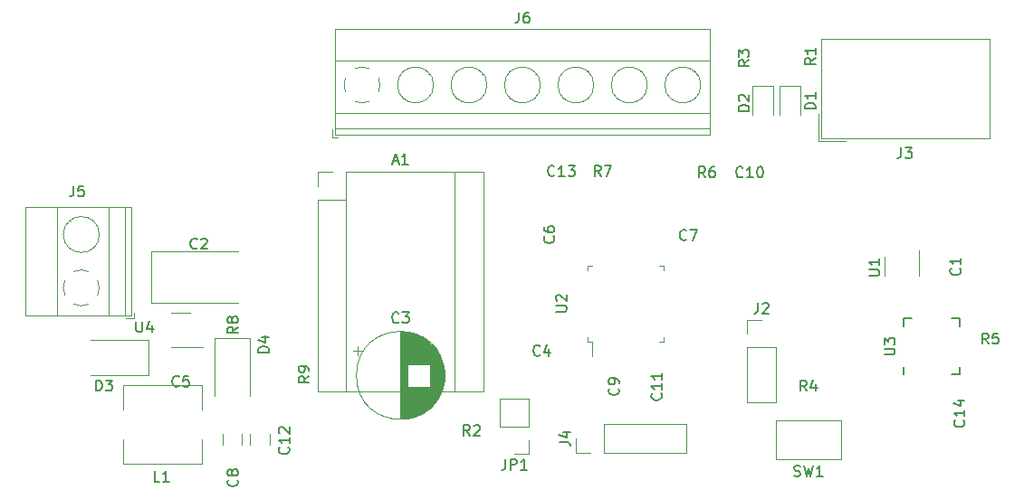
<source format=gbr>
G04 #@! TF.GenerationSoftware,KiCad,Pcbnew,(5.0.0-rc2-dev-647-g0f5eb421b)*
G04 #@! TF.CreationDate,2018-05-07T01:31:26+02:00*
G04 #@! TF.ProjectId,monochromator,6D6F6E6F6368726F6D61746F722E6B69,rev?*
G04 #@! TF.SameCoordinates,Original*
G04 #@! TF.FileFunction,Legend,Top*
G04 #@! TF.FilePolarity,Positive*
%FSLAX46Y46*%
G04 Gerber Fmt 4.6, Leading zero omitted, Abs format (unit mm)*
G04 Created by KiCad (PCBNEW (5.0.0-rc2-dev-647-g0f5eb421b)) date 05/07/18 01:31:26*
%MOMM*%
%LPD*%
G01*
G04 APERTURE LIST*
%ADD10C,0.120000*%
%ADD11C,0.150000*%
G04 APERTURE END LIST*
D10*
X162550000Y-100430000D02*
X162550000Y-97770000D01*
X154870000Y-100430000D02*
X162550000Y-100430000D01*
X154870000Y-97770000D02*
X162550000Y-97770000D01*
X154870000Y-100430000D02*
X154870000Y-97770000D01*
X153600000Y-100430000D02*
X152270000Y-100430000D01*
X152270000Y-100430000D02*
X152270000Y-99100000D01*
X181140000Y-82100000D02*
X181140000Y-83900000D01*
X184360000Y-83900000D02*
X184360000Y-81450000D01*
X168270000Y-95710000D02*
X170930000Y-95710000D01*
X168270000Y-90570000D02*
X168270000Y-95710000D01*
X170930000Y-90570000D02*
X170930000Y-95710000D01*
X168270000Y-90570000D02*
X170930000Y-90570000D01*
X168270000Y-89300000D02*
X168270000Y-87970000D01*
X168270000Y-87970000D02*
X169600000Y-87970000D01*
X175150000Y-61655000D02*
X190930000Y-61655000D01*
X190930000Y-61655000D02*
X190930000Y-71005000D01*
X190930000Y-71005000D02*
X175150000Y-71005000D01*
X175150000Y-71005000D02*
X175150000Y-61655000D01*
X174900000Y-71255000D02*
X177440000Y-71255000D01*
X174900000Y-71255000D02*
X174900000Y-68715000D01*
X168790000Y-66050000D02*
X168790000Y-68750000D01*
X170710000Y-66050000D02*
X168790000Y-66050000D01*
X170710000Y-68750000D02*
X170710000Y-66050000D01*
X173210000Y-68750000D02*
X173210000Y-66050000D01*
X173210000Y-66050000D02*
X171290000Y-66050000D01*
X171290000Y-66050000D02*
X171290000Y-68750000D01*
X153368000Y-82900000D02*
X153788000Y-82900000D01*
X160488000Y-82900000D02*
X160068000Y-82900000D01*
X160488000Y-90020000D02*
X160068000Y-90020000D01*
X153368000Y-90020000D02*
X153368000Y-89600000D01*
X160488000Y-82900000D02*
X160488000Y-83320000D01*
X153368000Y-82900000D02*
X153368000Y-83320000D01*
X153788000Y-90020000D02*
X153788000Y-91400000D01*
X153368000Y-90020000D02*
X153788000Y-90020000D01*
X160488000Y-90020000D02*
X160488000Y-89600000D01*
X140930000Y-74100000D02*
X140930000Y-94680000D01*
X130770000Y-76770000D02*
X130770000Y-94680000D01*
X129500000Y-74100000D02*
X128100000Y-74100000D01*
X128100000Y-74100000D02*
X128100000Y-75500000D01*
X130770000Y-74100000D02*
X130770000Y-76770000D01*
X130770000Y-76770000D02*
X128100000Y-76770000D01*
X128100000Y-76770000D02*
X128100000Y-94680000D01*
X128100000Y-94680000D02*
X143600000Y-94680000D01*
X143600000Y-94680000D02*
X143600000Y-74100000D01*
X143600000Y-74100000D02*
X130770000Y-74100000D01*
X177060000Y-101010000D02*
X170940000Y-101010000D01*
X170940000Y-101010000D02*
X170940000Y-97390000D01*
X170940000Y-97390000D02*
X177060000Y-97390000D01*
X177060000Y-97390000D02*
X177060000Y-101010000D01*
X147830000Y-95380000D02*
X145170000Y-95380000D01*
X147830000Y-97980000D02*
X147830000Y-95380000D01*
X145170000Y-97980000D02*
X145170000Y-95380000D01*
X147830000Y-97980000D02*
X145170000Y-97980000D01*
X147830000Y-99250000D02*
X147830000Y-100580000D01*
X147830000Y-100580000D02*
X146500000Y-100580000D01*
D11*
X182875000Y-87875000D02*
X183625000Y-87875000D01*
X188125000Y-93125000D02*
X187375000Y-93125000D01*
X188125000Y-87875000D02*
X187375000Y-87875000D01*
X182875000Y-93125000D02*
X182875000Y-92375000D01*
X188125000Y-93125000D02*
X188125000Y-92375000D01*
X188125000Y-87875000D02*
X188125000Y-88625000D01*
X182875000Y-87875000D02*
X182875000Y-88625000D01*
D10*
X139970000Y-93200000D02*
G75*
G03X139970000Y-93200000I-4120000J0D01*
G01*
X135850000Y-89120000D02*
X135850000Y-97280000D01*
X135890000Y-89120000D02*
X135890000Y-97280000D01*
X135930000Y-89120000D02*
X135930000Y-97280000D01*
X135970000Y-89121000D02*
X135970000Y-97279000D01*
X136010000Y-89123000D02*
X136010000Y-97277000D01*
X136050000Y-89124000D02*
X136050000Y-97276000D01*
X136090000Y-89126000D02*
X136090000Y-97274000D01*
X136130000Y-89129000D02*
X136130000Y-97271000D01*
X136170000Y-89132000D02*
X136170000Y-97268000D01*
X136210000Y-89135000D02*
X136210000Y-97265000D01*
X136250000Y-89139000D02*
X136250000Y-97261000D01*
X136290000Y-89143000D02*
X136290000Y-97257000D01*
X136330000Y-89148000D02*
X136330000Y-97252000D01*
X136370000Y-89152000D02*
X136370000Y-97248000D01*
X136410000Y-89158000D02*
X136410000Y-97242000D01*
X136450000Y-89163000D02*
X136450000Y-97237000D01*
X136490000Y-89170000D02*
X136490000Y-97230000D01*
X136530000Y-89176000D02*
X136530000Y-97224000D01*
X136571000Y-89183000D02*
X136571000Y-92160000D01*
X136571000Y-94240000D02*
X136571000Y-97217000D01*
X136611000Y-89190000D02*
X136611000Y-92160000D01*
X136611000Y-94240000D02*
X136611000Y-97210000D01*
X136651000Y-89198000D02*
X136651000Y-92160000D01*
X136651000Y-94240000D02*
X136651000Y-97202000D01*
X136691000Y-89206000D02*
X136691000Y-92160000D01*
X136691000Y-94240000D02*
X136691000Y-97194000D01*
X136731000Y-89215000D02*
X136731000Y-92160000D01*
X136731000Y-94240000D02*
X136731000Y-97185000D01*
X136771000Y-89224000D02*
X136771000Y-92160000D01*
X136771000Y-94240000D02*
X136771000Y-97176000D01*
X136811000Y-89233000D02*
X136811000Y-92160000D01*
X136811000Y-94240000D02*
X136811000Y-97167000D01*
X136851000Y-89243000D02*
X136851000Y-92160000D01*
X136851000Y-94240000D02*
X136851000Y-97157000D01*
X136891000Y-89253000D02*
X136891000Y-92160000D01*
X136891000Y-94240000D02*
X136891000Y-97147000D01*
X136931000Y-89264000D02*
X136931000Y-92160000D01*
X136931000Y-94240000D02*
X136931000Y-97136000D01*
X136971000Y-89275000D02*
X136971000Y-92160000D01*
X136971000Y-94240000D02*
X136971000Y-97125000D01*
X137011000Y-89286000D02*
X137011000Y-92160000D01*
X137011000Y-94240000D02*
X137011000Y-97114000D01*
X137051000Y-89298000D02*
X137051000Y-92160000D01*
X137051000Y-94240000D02*
X137051000Y-97102000D01*
X137091000Y-89311000D02*
X137091000Y-92160000D01*
X137091000Y-94240000D02*
X137091000Y-97089000D01*
X137131000Y-89323000D02*
X137131000Y-92160000D01*
X137131000Y-94240000D02*
X137131000Y-97077000D01*
X137171000Y-89337000D02*
X137171000Y-92160000D01*
X137171000Y-94240000D02*
X137171000Y-97063000D01*
X137211000Y-89350000D02*
X137211000Y-92160000D01*
X137211000Y-94240000D02*
X137211000Y-97050000D01*
X137251000Y-89365000D02*
X137251000Y-92160000D01*
X137251000Y-94240000D02*
X137251000Y-97035000D01*
X137291000Y-89379000D02*
X137291000Y-92160000D01*
X137291000Y-94240000D02*
X137291000Y-97021000D01*
X137331000Y-89395000D02*
X137331000Y-92160000D01*
X137331000Y-94240000D02*
X137331000Y-97005000D01*
X137371000Y-89410000D02*
X137371000Y-92160000D01*
X137371000Y-94240000D02*
X137371000Y-96990000D01*
X137411000Y-89426000D02*
X137411000Y-92160000D01*
X137411000Y-94240000D02*
X137411000Y-96974000D01*
X137451000Y-89443000D02*
X137451000Y-92160000D01*
X137451000Y-94240000D02*
X137451000Y-96957000D01*
X137491000Y-89460000D02*
X137491000Y-92160000D01*
X137491000Y-94240000D02*
X137491000Y-96940000D01*
X137531000Y-89478000D02*
X137531000Y-92160000D01*
X137531000Y-94240000D02*
X137531000Y-96922000D01*
X137571000Y-89496000D02*
X137571000Y-92160000D01*
X137571000Y-94240000D02*
X137571000Y-96904000D01*
X137611000Y-89514000D02*
X137611000Y-92160000D01*
X137611000Y-94240000D02*
X137611000Y-96886000D01*
X137651000Y-89534000D02*
X137651000Y-92160000D01*
X137651000Y-94240000D02*
X137651000Y-96866000D01*
X137691000Y-89553000D02*
X137691000Y-92160000D01*
X137691000Y-94240000D02*
X137691000Y-96847000D01*
X137731000Y-89573000D02*
X137731000Y-92160000D01*
X137731000Y-94240000D02*
X137731000Y-96827000D01*
X137771000Y-89594000D02*
X137771000Y-92160000D01*
X137771000Y-94240000D02*
X137771000Y-96806000D01*
X137811000Y-89616000D02*
X137811000Y-92160000D01*
X137811000Y-94240000D02*
X137811000Y-96784000D01*
X137851000Y-89638000D02*
X137851000Y-92160000D01*
X137851000Y-94240000D02*
X137851000Y-96762000D01*
X137891000Y-89660000D02*
X137891000Y-92160000D01*
X137891000Y-94240000D02*
X137891000Y-96740000D01*
X137931000Y-89683000D02*
X137931000Y-92160000D01*
X137931000Y-94240000D02*
X137931000Y-96717000D01*
X137971000Y-89707000D02*
X137971000Y-92160000D01*
X137971000Y-94240000D02*
X137971000Y-96693000D01*
X138011000Y-89731000D02*
X138011000Y-92160000D01*
X138011000Y-94240000D02*
X138011000Y-96669000D01*
X138051000Y-89756000D02*
X138051000Y-92160000D01*
X138051000Y-94240000D02*
X138051000Y-96644000D01*
X138091000Y-89782000D02*
X138091000Y-92160000D01*
X138091000Y-94240000D02*
X138091000Y-96618000D01*
X138131000Y-89808000D02*
X138131000Y-92160000D01*
X138131000Y-94240000D02*
X138131000Y-96592000D01*
X138171000Y-89835000D02*
X138171000Y-92160000D01*
X138171000Y-94240000D02*
X138171000Y-96565000D01*
X138211000Y-89862000D02*
X138211000Y-92160000D01*
X138211000Y-94240000D02*
X138211000Y-96538000D01*
X138251000Y-89891000D02*
X138251000Y-92160000D01*
X138251000Y-94240000D02*
X138251000Y-96509000D01*
X138291000Y-89920000D02*
X138291000Y-92160000D01*
X138291000Y-94240000D02*
X138291000Y-96480000D01*
X138331000Y-89950000D02*
X138331000Y-92160000D01*
X138331000Y-94240000D02*
X138331000Y-96450000D01*
X138371000Y-89980000D02*
X138371000Y-92160000D01*
X138371000Y-94240000D02*
X138371000Y-96420000D01*
X138411000Y-90011000D02*
X138411000Y-92160000D01*
X138411000Y-94240000D02*
X138411000Y-96389000D01*
X138451000Y-90044000D02*
X138451000Y-92160000D01*
X138451000Y-94240000D02*
X138451000Y-96356000D01*
X138491000Y-90076000D02*
X138491000Y-92160000D01*
X138491000Y-94240000D02*
X138491000Y-96324000D01*
X138531000Y-90110000D02*
X138531000Y-92160000D01*
X138531000Y-94240000D02*
X138531000Y-96290000D01*
X138571000Y-90145000D02*
X138571000Y-92160000D01*
X138571000Y-94240000D02*
X138571000Y-96255000D01*
X138611000Y-90181000D02*
X138611000Y-92160000D01*
X138611000Y-94240000D02*
X138611000Y-96219000D01*
X138651000Y-90217000D02*
X138651000Y-96183000D01*
X138691000Y-90255000D02*
X138691000Y-96145000D01*
X138731000Y-90293000D02*
X138731000Y-96107000D01*
X138771000Y-90333000D02*
X138771000Y-96067000D01*
X138811000Y-90374000D02*
X138811000Y-96026000D01*
X138851000Y-90416000D02*
X138851000Y-95984000D01*
X138891000Y-90459000D02*
X138891000Y-95941000D01*
X138931000Y-90503000D02*
X138931000Y-95897000D01*
X138971000Y-90549000D02*
X138971000Y-95851000D01*
X139011000Y-90596000D02*
X139011000Y-95804000D01*
X139051000Y-90644000D02*
X139051000Y-95756000D01*
X139091000Y-90695000D02*
X139091000Y-95705000D01*
X139131000Y-90746000D02*
X139131000Y-95654000D01*
X139171000Y-90800000D02*
X139171000Y-95600000D01*
X139211000Y-90855000D02*
X139211000Y-95545000D01*
X139251000Y-90913000D02*
X139251000Y-95487000D01*
X139291000Y-90972000D02*
X139291000Y-95428000D01*
X139331000Y-91034000D02*
X139331000Y-95366000D01*
X139371000Y-91098000D02*
X139371000Y-95302000D01*
X139411000Y-91166000D02*
X139411000Y-95234000D01*
X139451000Y-91236000D02*
X139451000Y-95164000D01*
X139491000Y-91310000D02*
X139491000Y-95090000D01*
X139531000Y-91387000D02*
X139531000Y-95013000D01*
X139571000Y-91469000D02*
X139571000Y-94931000D01*
X139611000Y-91555000D02*
X139611000Y-94845000D01*
X139651000Y-91648000D02*
X139651000Y-94752000D01*
X139691000Y-91747000D02*
X139691000Y-94653000D01*
X139731000Y-91854000D02*
X139731000Y-94546000D01*
X139771000Y-91971000D02*
X139771000Y-94429000D01*
X139811000Y-92102000D02*
X139811000Y-94298000D01*
X139851000Y-92252000D02*
X139851000Y-94148000D01*
X139891000Y-92432000D02*
X139891000Y-93968000D01*
X139931000Y-92667000D02*
X139931000Y-93733000D01*
X131440302Y-90885000D02*
X132240302Y-90885000D01*
X131840302Y-90485000D02*
X131840302Y-91285000D01*
X107534756Y-84316682D02*
G75*
G02X107680000Y-85000000I-1534756J-683318D01*
G01*
X105316958Y-83464574D02*
G75*
G02X106684000Y-83465000I683042J-1535426D01*
G01*
X104464574Y-85683042D02*
G75*
G02X104465000Y-84316000I1535426J683042D01*
G01*
X106683042Y-86535426D02*
G75*
G02X105316000Y-86535000I-683042J1535426D01*
G01*
X107680253Y-84971195D02*
G75*
G02X107535000Y-85684000I-1680253J-28805D01*
G01*
X107680000Y-80000000D02*
G75*
G03X107680000Y-80000000I-1680000J0D01*
G01*
X110100000Y-87560000D02*
X110100000Y-77440000D01*
X108600000Y-87560000D02*
X108600000Y-77440000D01*
X103699000Y-87560000D02*
X103699000Y-77440000D01*
X100739000Y-87560000D02*
X100739000Y-77440000D01*
X110660000Y-87560000D02*
X110660000Y-77440000D01*
X100739000Y-87560000D02*
X110660000Y-87560000D01*
X100739000Y-77440000D02*
X110660000Y-77440000D01*
X104931000Y-78725000D02*
X104977000Y-78772000D01*
X107239000Y-81034000D02*
X107274000Y-81069000D01*
X104725000Y-78930000D02*
X104761000Y-78965000D01*
X107023000Y-81227000D02*
X107069000Y-81274000D01*
X110160000Y-87800000D02*
X110900000Y-87800000D01*
X110900000Y-87800000D02*
X110900000Y-87300000D01*
X132933318Y-67534756D02*
G75*
G02X132250000Y-67680000I-683318J1534756D01*
G01*
X133785426Y-65316958D02*
G75*
G02X133785000Y-66684000I-1535426J-683042D01*
G01*
X131566958Y-64464574D02*
G75*
G02X132934000Y-64465000I683042J-1535426D01*
G01*
X130714574Y-66683042D02*
G75*
G02X130715000Y-65316000I1535426J683042D01*
G01*
X132278805Y-67680253D02*
G75*
G02X131566000Y-67535000I-28805J1680253D01*
G01*
X138930000Y-66000000D02*
G75*
G03X138930000Y-66000000I-1680000J0D01*
G01*
X143930000Y-66000000D02*
G75*
G03X143930000Y-66000000I-1680000J0D01*
G01*
X148930000Y-66000000D02*
G75*
G03X148930000Y-66000000I-1680000J0D01*
G01*
X153930000Y-66000000D02*
G75*
G03X153930000Y-66000000I-1680000J0D01*
G01*
X158930000Y-66000000D02*
G75*
G03X158930000Y-66000000I-1680000J0D01*
G01*
X163930000Y-66000000D02*
G75*
G03X163930000Y-66000000I-1680000J0D01*
G01*
X129690000Y-70100000D02*
X164810000Y-70100000D01*
X129690000Y-68600000D02*
X164810000Y-68600000D01*
X129690000Y-63699000D02*
X164810000Y-63699000D01*
X129690000Y-60739000D02*
X164810000Y-60739000D01*
X129690000Y-70660000D02*
X164810000Y-70660000D01*
X129690000Y-60739000D02*
X129690000Y-70660000D01*
X164810000Y-60739000D02*
X164810000Y-70660000D01*
X138525000Y-64931000D02*
X138478000Y-64977000D01*
X136216000Y-67239000D02*
X136181000Y-67274000D01*
X138320000Y-64725000D02*
X138285000Y-64761000D01*
X136023000Y-67023000D02*
X135976000Y-67069000D01*
X143525000Y-64931000D02*
X143478000Y-64977000D01*
X141216000Y-67239000D02*
X141181000Y-67274000D01*
X143320000Y-64725000D02*
X143285000Y-64761000D01*
X141023000Y-67023000D02*
X140976000Y-67069000D01*
X148525000Y-64931000D02*
X148478000Y-64977000D01*
X146216000Y-67239000D02*
X146181000Y-67274000D01*
X148320000Y-64725000D02*
X148285000Y-64761000D01*
X146023000Y-67023000D02*
X145976000Y-67069000D01*
X153525000Y-64931000D02*
X153478000Y-64977000D01*
X151216000Y-67239000D02*
X151181000Y-67274000D01*
X153320000Y-64725000D02*
X153285000Y-64761000D01*
X151023000Y-67023000D02*
X150976000Y-67069000D01*
X158525000Y-64931000D02*
X158478000Y-64977000D01*
X156216000Y-67239000D02*
X156181000Y-67274000D01*
X158320000Y-64725000D02*
X158285000Y-64761000D01*
X156023000Y-67023000D02*
X155976000Y-67069000D01*
X163525000Y-64931000D02*
X163478000Y-64977000D01*
X161216000Y-67239000D02*
X161181000Y-67274000D01*
X163320000Y-64725000D02*
X163285000Y-64761000D01*
X161023000Y-67023000D02*
X160976000Y-67069000D01*
X129450000Y-70160000D02*
X129450000Y-70900000D01*
X129450000Y-70900000D02*
X129950000Y-70900000D01*
X119190000Y-98700000D02*
X119190000Y-99700000D01*
X121010000Y-98700000D02*
X121010000Y-99700000D01*
X123610000Y-98700000D02*
X123610000Y-99700000D01*
X121790000Y-98700000D02*
X121790000Y-99700000D01*
X120650000Y-81590000D02*
X112580000Y-81590000D01*
X112580000Y-81590000D02*
X112580000Y-86410000D01*
X112580000Y-86410000D02*
X120650000Y-86410000D01*
X112300000Y-93150000D02*
X106900000Y-93150000D01*
X112300000Y-89850000D02*
X106900000Y-89850000D01*
X112300000Y-93150000D02*
X112300000Y-89850000D01*
X121750000Y-89700000D02*
X118450000Y-89700000D01*
X118450000Y-89700000D02*
X118450000Y-95100000D01*
X121750000Y-89700000D02*
X121750000Y-95100000D01*
X117300000Y-99200000D02*
X117300000Y-101500000D01*
X117300000Y-101500000D02*
X109900000Y-101500000D01*
X109900000Y-101500000D02*
X109900000Y-99200000D01*
X109900000Y-96400000D02*
X109900000Y-94100000D01*
X109900000Y-94100000D02*
X117300000Y-94100000D01*
X117300000Y-94100000D02*
X117300000Y-96400000D01*
X116209164Y-87296584D02*
X114409164Y-87296584D01*
X114409164Y-90516584D02*
X117359164Y-90516584D01*
D11*
X150722380Y-99433333D02*
X151436666Y-99433333D01*
X151579523Y-99480952D01*
X151674761Y-99576190D01*
X151722380Y-99719047D01*
X151722380Y-99814285D01*
X151055714Y-98528571D02*
X151722380Y-98528571D01*
X150674761Y-98766666D02*
X151389047Y-99004761D01*
X151389047Y-98385714D01*
X179652380Y-83861904D02*
X180461904Y-83861904D01*
X180557142Y-83814285D01*
X180604761Y-83766666D01*
X180652380Y-83671428D01*
X180652380Y-83480952D01*
X180604761Y-83385714D01*
X180557142Y-83338095D01*
X180461904Y-83290476D01*
X179652380Y-83290476D01*
X180652380Y-82290476D02*
X180652380Y-82861904D01*
X180652380Y-82576190D02*
X179652380Y-82576190D01*
X179795238Y-82671428D01*
X179890476Y-82766666D01*
X179938095Y-82861904D01*
X169266666Y-86422380D02*
X169266666Y-87136666D01*
X169219047Y-87279523D01*
X169123809Y-87374761D01*
X168980952Y-87422380D01*
X168885714Y-87422380D01*
X169695238Y-86517619D02*
X169742857Y-86470000D01*
X169838095Y-86422380D01*
X170076190Y-86422380D01*
X170171428Y-86470000D01*
X170219047Y-86517619D01*
X170266666Y-86612857D01*
X170266666Y-86708095D01*
X170219047Y-86850952D01*
X169647619Y-87422380D01*
X170266666Y-87422380D01*
X188157142Y-83166666D02*
X188204761Y-83214285D01*
X188252380Y-83357142D01*
X188252380Y-83452380D01*
X188204761Y-83595238D01*
X188109523Y-83690476D01*
X188014285Y-83738095D01*
X187823809Y-83785714D01*
X187680952Y-83785714D01*
X187490476Y-83738095D01*
X187395238Y-83690476D01*
X187300000Y-83595238D01*
X187252380Y-83452380D01*
X187252380Y-83357142D01*
X187300000Y-83214285D01*
X187347619Y-83166666D01*
X188252380Y-82214285D02*
X188252380Y-82785714D01*
X188252380Y-82500000D02*
X187252380Y-82500000D01*
X187395238Y-82595238D01*
X187490476Y-82690476D01*
X187538095Y-82785714D01*
X182666666Y-71852380D02*
X182666666Y-72566666D01*
X182619047Y-72709523D01*
X182523809Y-72804761D01*
X182380952Y-72852380D01*
X182285714Y-72852380D01*
X183047619Y-71852380D02*
X183666666Y-71852380D01*
X183333333Y-72233333D01*
X183476190Y-72233333D01*
X183571428Y-72280952D01*
X183619047Y-72328571D01*
X183666666Y-72423809D01*
X183666666Y-72661904D01*
X183619047Y-72757142D01*
X183571428Y-72804761D01*
X183476190Y-72852380D01*
X183190476Y-72852380D01*
X183095238Y-72804761D01*
X183047619Y-72757142D01*
X168452380Y-68438095D02*
X167452380Y-68438095D01*
X167452380Y-68200000D01*
X167500000Y-68057142D01*
X167595238Y-67961904D01*
X167690476Y-67914285D01*
X167880952Y-67866666D01*
X168023809Y-67866666D01*
X168214285Y-67914285D01*
X168309523Y-67961904D01*
X168404761Y-68057142D01*
X168452380Y-68200000D01*
X168452380Y-68438095D01*
X167547619Y-67485714D02*
X167500000Y-67438095D01*
X167452380Y-67342857D01*
X167452380Y-67104761D01*
X167500000Y-67009523D01*
X167547619Y-66961904D01*
X167642857Y-66914285D01*
X167738095Y-66914285D01*
X167880952Y-66961904D01*
X168452380Y-67533333D01*
X168452380Y-66914285D01*
X174652380Y-68238095D02*
X173652380Y-68238095D01*
X173652380Y-68000000D01*
X173700000Y-67857142D01*
X173795238Y-67761904D01*
X173890476Y-67714285D01*
X174080952Y-67666666D01*
X174223809Y-67666666D01*
X174414285Y-67714285D01*
X174509523Y-67761904D01*
X174604761Y-67857142D01*
X174652380Y-68000000D01*
X174652380Y-68238095D01*
X174652380Y-66714285D02*
X174652380Y-67285714D01*
X174652380Y-67000000D02*
X173652380Y-67000000D01*
X173795238Y-67095238D01*
X173890476Y-67190476D01*
X173938095Y-67285714D01*
X168452380Y-63666666D02*
X167976190Y-64000000D01*
X168452380Y-64238095D02*
X167452380Y-64238095D01*
X167452380Y-63857142D01*
X167500000Y-63761904D01*
X167547619Y-63714285D01*
X167642857Y-63666666D01*
X167785714Y-63666666D01*
X167880952Y-63714285D01*
X167928571Y-63761904D01*
X167976190Y-63857142D01*
X167976190Y-64238095D01*
X167452380Y-63333333D02*
X167452380Y-62714285D01*
X167833333Y-63047619D01*
X167833333Y-62904761D01*
X167880952Y-62809523D01*
X167928571Y-62761904D01*
X168023809Y-62714285D01*
X168261904Y-62714285D01*
X168357142Y-62761904D01*
X168404761Y-62809523D01*
X168452380Y-62904761D01*
X168452380Y-63190476D01*
X168404761Y-63285714D01*
X168357142Y-63333333D01*
X174652380Y-63466666D02*
X174176190Y-63800000D01*
X174652380Y-64038095D02*
X173652380Y-64038095D01*
X173652380Y-63657142D01*
X173700000Y-63561904D01*
X173747619Y-63514285D01*
X173842857Y-63466666D01*
X173985714Y-63466666D01*
X174080952Y-63514285D01*
X174128571Y-63561904D01*
X174176190Y-63657142D01*
X174176190Y-64038095D01*
X174652380Y-62514285D02*
X174652380Y-63085714D01*
X174652380Y-62800000D02*
X173652380Y-62800000D01*
X173795238Y-62895238D01*
X173890476Y-62990476D01*
X173938095Y-63085714D01*
X150380380Y-87221904D02*
X151189904Y-87221904D01*
X151285142Y-87174285D01*
X151332761Y-87126666D01*
X151380380Y-87031428D01*
X151380380Y-86840952D01*
X151332761Y-86745714D01*
X151285142Y-86698095D01*
X151189904Y-86650476D01*
X150380380Y-86650476D01*
X150475619Y-86221904D02*
X150428000Y-86174285D01*
X150380380Y-86079047D01*
X150380380Y-85840952D01*
X150428000Y-85745714D01*
X150475619Y-85698095D01*
X150570857Y-85650476D01*
X150666095Y-85650476D01*
X150808952Y-85698095D01*
X151380380Y-86269523D01*
X151380380Y-85650476D01*
X135135714Y-73126666D02*
X135611904Y-73126666D01*
X135040476Y-73412380D02*
X135373809Y-72412380D01*
X135707142Y-73412380D01*
X136564285Y-73412380D02*
X135992857Y-73412380D01*
X136278571Y-73412380D02*
X136278571Y-72412380D01*
X136183333Y-72555238D01*
X136088095Y-72650476D01*
X135992857Y-72698095D01*
X172666666Y-102604761D02*
X172809523Y-102652380D01*
X173047619Y-102652380D01*
X173142857Y-102604761D01*
X173190476Y-102557142D01*
X173238095Y-102461904D01*
X173238095Y-102366666D01*
X173190476Y-102271428D01*
X173142857Y-102223809D01*
X173047619Y-102176190D01*
X172857142Y-102128571D01*
X172761904Y-102080952D01*
X172714285Y-102033333D01*
X172666666Y-101938095D01*
X172666666Y-101842857D01*
X172714285Y-101747619D01*
X172761904Y-101700000D01*
X172857142Y-101652380D01*
X173095238Y-101652380D01*
X173238095Y-101700000D01*
X173571428Y-101652380D02*
X173809523Y-102652380D01*
X174000000Y-101938095D01*
X174190476Y-102652380D01*
X174428571Y-101652380D01*
X175333333Y-102652380D02*
X174761904Y-102652380D01*
X175047619Y-102652380D02*
X175047619Y-101652380D01*
X174952380Y-101795238D01*
X174857142Y-101890476D01*
X174761904Y-101938095D01*
X145666666Y-101032380D02*
X145666666Y-101746666D01*
X145619047Y-101889523D01*
X145523809Y-101984761D01*
X145380952Y-102032380D01*
X145285714Y-102032380D01*
X146142857Y-102032380D02*
X146142857Y-101032380D01*
X146523809Y-101032380D01*
X146619047Y-101080000D01*
X146666666Y-101127619D01*
X146714285Y-101222857D01*
X146714285Y-101365714D01*
X146666666Y-101460952D01*
X146619047Y-101508571D01*
X146523809Y-101556190D01*
X146142857Y-101556190D01*
X147666666Y-102032380D02*
X147095238Y-102032380D01*
X147380952Y-102032380D02*
X147380952Y-101032380D01*
X147285714Y-101175238D01*
X147190476Y-101270476D01*
X147095238Y-101318095D01*
X173833333Y-94652380D02*
X173500000Y-94176190D01*
X173261904Y-94652380D02*
X173261904Y-93652380D01*
X173642857Y-93652380D01*
X173738095Y-93700000D01*
X173785714Y-93747619D01*
X173833333Y-93842857D01*
X173833333Y-93985714D01*
X173785714Y-94080952D01*
X173738095Y-94128571D01*
X173642857Y-94176190D01*
X173261904Y-94176190D01*
X174690476Y-93985714D02*
X174690476Y-94652380D01*
X174452380Y-93604761D02*
X174214285Y-94319047D01*
X174833333Y-94319047D01*
X188507142Y-97392857D02*
X188554761Y-97440476D01*
X188602380Y-97583333D01*
X188602380Y-97678571D01*
X188554761Y-97821428D01*
X188459523Y-97916666D01*
X188364285Y-97964285D01*
X188173809Y-98011904D01*
X188030952Y-98011904D01*
X187840476Y-97964285D01*
X187745238Y-97916666D01*
X187650000Y-97821428D01*
X187602380Y-97678571D01*
X187602380Y-97583333D01*
X187650000Y-97440476D01*
X187697619Y-97392857D01*
X188602380Y-96440476D02*
X188602380Y-97011904D01*
X188602380Y-96726190D02*
X187602380Y-96726190D01*
X187745238Y-96821428D01*
X187840476Y-96916666D01*
X187888095Y-97011904D01*
X187935714Y-95583333D02*
X188602380Y-95583333D01*
X187554761Y-95821428D02*
X188269047Y-96059523D01*
X188269047Y-95440476D01*
X181077380Y-91261904D02*
X181886904Y-91261904D01*
X181982142Y-91214285D01*
X182029761Y-91166666D01*
X182077380Y-91071428D01*
X182077380Y-90880952D01*
X182029761Y-90785714D01*
X181982142Y-90738095D01*
X181886904Y-90690476D01*
X181077380Y-90690476D01*
X181077380Y-90309523D02*
X181077380Y-89690476D01*
X181458333Y-90023809D01*
X181458333Y-89880952D01*
X181505952Y-89785714D01*
X181553571Y-89738095D01*
X181648809Y-89690476D01*
X181886904Y-89690476D01*
X181982142Y-89738095D01*
X182029761Y-89785714D01*
X182077380Y-89880952D01*
X182077380Y-90166666D01*
X182029761Y-90261904D01*
X181982142Y-90309523D01*
X190833333Y-90252380D02*
X190500000Y-89776190D01*
X190261904Y-90252380D02*
X190261904Y-89252380D01*
X190642857Y-89252380D01*
X190738095Y-89300000D01*
X190785714Y-89347619D01*
X190833333Y-89442857D01*
X190833333Y-89585714D01*
X190785714Y-89680952D01*
X190738095Y-89728571D01*
X190642857Y-89776190D01*
X190261904Y-89776190D01*
X191738095Y-89252380D02*
X191261904Y-89252380D01*
X191214285Y-89728571D01*
X191261904Y-89680952D01*
X191357142Y-89633333D01*
X191595238Y-89633333D01*
X191690476Y-89680952D01*
X191738095Y-89728571D01*
X191785714Y-89823809D01*
X191785714Y-90061904D01*
X191738095Y-90157142D01*
X191690476Y-90204761D01*
X191595238Y-90252380D01*
X191357142Y-90252380D01*
X191261904Y-90204761D01*
X191214285Y-90157142D01*
X142333333Y-98852380D02*
X142000000Y-98376190D01*
X141761904Y-98852380D02*
X141761904Y-97852380D01*
X142142857Y-97852380D01*
X142238095Y-97900000D01*
X142285714Y-97947619D01*
X142333333Y-98042857D01*
X142333333Y-98185714D01*
X142285714Y-98280952D01*
X142238095Y-98328571D01*
X142142857Y-98376190D01*
X141761904Y-98376190D01*
X142714285Y-97947619D02*
X142761904Y-97900000D01*
X142857142Y-97852380D01*
X143095238Y-97852380D01*
X143190476Y-97900000D01*
X143238095Y-97947619D01*
X143285714Y-98042857D01*
X143285714Y-98138095D01*
X143238095Y-98280952D01*
X142666666Y-98852380D01*
X143285714Y-98852380D01*
X135683333Y-88187142D02*
X135635714Y-88234761D01*
X135492857Y-88282380D01*
X135397619Y-88282380D01*
X135254761Y-88234761D01*
X135159523Y-88139523D01*
X135111904Y-88044285D01*
X135064285Y-87853809D01*
X135064285Y-87710952D01*
X135111904Y-87520476D01*
X135159523Y-87425238D01*
X135254761Y-87330000D01*
X135397619Y-87282380D01*
X135492857Y-87282380D01*
X135635714Y-87330000D01*
X135683333Y-87377619D01*
X136016666Y-87282380D02*
X136635714Y-87282380D01*
X136302380Y-87663333D01*
X136445238Y-87663333D01*
X136540476Y-87710952D01*
X136588095Y-87758571D01*
X136635714Y-87853809D01*
X136635714Y-88091904D01*
X136588095Y-88187142D01*
X136540476Y-88234761D01*
X136445238Y-88282380D01*
X136159523Y-88282380D01*
X136064285Y-88234761D01*
X136016666Y-88187142D01*
X105266666Y-75452380D02*
X105266666Y-76166666D01*
X105219047Y-76309523D01*
X105123809Y-76404761D01*
X104980952Y-76452380D01*
X104885714Y-76452380D01*
X106219047Y-75452380D02*
X105742857Y-75452380D01*
X105695238Y-75928571D01*
X105742857Y-75880952D01*
X105838095Y-75833333D01*
X106076190Y-75833333D01*
X106171428Y-75880952D01*
X106219047Y-75928571D01*
X106266666Y-76023809D01*
X106266666Y-76261904D01*
X106219047Y-76357142D01*
X106171428Y-76404761D01*
X106076190Y-76452380D01*
X105838095Y-76452380D01*
X105742857Y-76404761D01*
X105695238Y-76357142D01*
X146916666Y-59192380D02*
X146916666Y-59906666D01*
X146869047Y-60049523D01*
X146773809Y-60144761D01*
X146630952Y-60192380D01*
X146535714Y-60192380D01*
X147821428Y-59192380D02*
X147630952Y-59192380D01*
X147535714Y-59240000D01*
X147488095Y-59287619D01*
X147392857Y-59430476D01*
X147345238Y-59620952D01*
X147345238Y-60001904D01*
X147392857Y-60097142D01*
X147440476Y-60144761D01*
X147535714Y-60192380D01*
X147726190Y-60192380D01*
X147821428Y-60144761D01*
X147869047Y-60097142D01*
X147916666Y-60001904D01*
X147916666Y-59763809D01*
X147869047Y-59668571D01*
X147821428Y-59620952D01*
X147726190Y-59573333D01*
X147535714Y-59573333D01*
X147440476Y-59620952D01*
X147392857Y-59668571D01*
X147345238Y-59763809D01*
X148887333Y-91261142D02*
X148839714Y-91308761D01*
X148696857Y-91356380D01*
X148601619Y-91356380D01*
X148458761Y-91308761D01*
X148363523Y-91213523D01*
X148315904Y-91118285D01*
X148268285Y-90927809D01*
X148268285Y-90784952D01*
X148315904Y-90594476D01*
X148363523Y-90499238D01*
X148458761Y-90404000D01*
X148601619Y-90356380D01*
X148696857Y-90356380D01*
X148839714Y-90404000D01*
X148887333Y-90451619D01*
X149744476Y-90689714D02*
X149744476Y-91356380D01*
X149506380Y-90308761D02*
X149268285Y-91023047D01*
X149887333Y-91023047D01*
X115133333Y-94157142D02*
X115085714Y-94204761D01*
X114942857Y-94252380D01*
X114847619Y-94252380D01*
X114704761Y-94204761D01*
X114609523Y-94109523D01*
X114561904Y-94014285D01*
X114514285Y-93823809D01*
X114514285Y-93680952D01*
X114561904Y-93490476D01*
X114609523Y-93395238D01*
X114704761Y-93300000D01*
X114847619Y-93252380D01*
X114942857Y-93252380D01*
X115085714Y-93300000D01*
X115133333Y-93347619D01*
X116038095Y-93252380D02*
X115561904Y-93252380D01*
X115514285Y-93728571D01*
X115561904Y-93680952D01*
X115657142Y-93633333D01*
X115895238Y-93633333D01*
X115990476Y-93680952D01*
X116038095Y-93728571D01*
X116085714Y-93823809D01*
X116085714Y-94061904D01*
X116038095Y-94157142D01*
X115990476Y-94204761D01*
X115895238Y-94252380D01*
X115657142Y-94252380D01*
X115561904Y-94204761D01*
X115514285Y-94157142D01*
X150157142Y-80166666D02*
X150204761Y-80214285D01*
X150252380Y-80357142D01*
X150252380Y-80452380D01*
X150204761Y-80595238D01*
X150109523Y-80690476D01*
X150014285Y-80738095D01*
X149823809Y-80785714D01*
X149680952Y-80785714D01*
X149490476Y-80738095D01*
X149395238Y-80690476D01*
X149300000Y-80595238D01*
X149252380Y-80452380D01*
X149252380Y-80357142D01*
X149300000Y-80214285D01*
X149347619Y-80166666D01*
X149252380Y-79309523D02*
X149252380Y-79500000D01*
X149300000Y-79595238D01*
X149347619Y-79642857D01*
X149490476Y-79738095D01*
X149680952Y-79785714D01*
X150061904Y-79785714D01*
X150157142Y-79738095D01*
X150204761Y-79690476D01*
X150252380Y-79595238D01*
X150252380Y-79404761D01*
X150204761Y-79309523D01*
X150157142Y-79261904D01*
X150061904Y-79214285D01*
X149823809Y-79214285D01*
X149728571Y-79261904D01*
X149680952Y-79309523D01*
X149633333Y-79404761D01*
X149633333Y-79595238D01*
X149680952Y-79690476D01*
X149728571Y-79738095D01*
X149823809Y-79785714D01*
X162583333Y-80457142D02*
X162535714Y-80504761D01*
X162392857Y-80552380D01*
X162297619Y-80552380D01*
X162154761Y-80504761D01*
X162059523Y-80409523D01*
X162011904Y-80314285D01*
X161964285Y-80123809D01*
X161964285Y-79980952D01*
X162011904Y-79790476D01*
X162059523Y-79695238D01*
X162154761Y-79600000D01*
X162297619Y-79552380D01*
X162392857Y-79552380D01*
X162535714Y-79600000D01*
X162583333Y-79647619D01*
X162916666Y-79552380D02*
X163583333Y-79552380D01*
X163154761Y-80552380D01*
X156207142Y-94416666D02*
X156254761Y-94464285D01*
X156302380Y-94607142D01*
X156302380Y-94702380D01*
X156254761Y-94845238D01*
X156159523Y-94940476D01*
X156064285Y-94988095D01*
X155873809Y-95035714D01*
X155730952Y-95035714D01*
X155540476Y-94988095D01*
X155445238Y-94940476D01*
X155350000Y-94845238D01*
X155302380Y-94702380D01*
X155302380Y-94607142D01*
X155350000Y-94464285D01*
X155397619Y-94416666D01*
X156302380Y-93940476D02*
X156302380Y-93750000D01*
X156254761Y-93654761D01*
X156207142Y-93607142D01*
X156064285Y-93511904D01*
X155873809Y-93464285D01*
X155492857Y-93464285D01*
X155397619Y-93511904D01*
X155350000Y-93559523D01*
X155302380Y-93654761D01*
X155302380Y-93845238D01*
X155350000Y-93940476D01*
X155397619Y-93988095D01*
X155492857Y-94035714D01*
X155730952Y-94035714D01*
X155826190Y-93988095D01*
X155873809Y-93940476D01*
X155921428Y-93845238D01*
X155921428Y-93654761D01*
X155873809Y-93559523D01*
X155826190Y-93511904D01*
X155730952Y-93464285D01*
X167857142Y-74557142D02*
X167809523Y-74604761D01*
X167666666Y-74652380D01*
X167571428Y-74652380D01*
X167428571Y-74604761D01*
X167333333Y-74509523D01*
X167285714Y-74414285D01*
X167238095Y-74223809D01*
X167238095Y-74080952D01*
X167285714Y-73890476D01*
X167333333Y-73795238D01*
X167428571Y-73700000D01*
X167571428Y-73652380D01*
X167666666Y-73652380D01*
X167809523Y-73700000D01*
X167857142Y-73747619D01*
X168809523Y-74652380D02*
X168238095Y-74652380D01*
X168523809Y-74652380D02*
X168523809Y-73652380D01*
X168428571Y-73795238D01*
X168333333Y-73890476D01*
X168238095Y-73938095D01*
X169428571Y-73652380D02*
X169523809Y-73652380D01*
X169619047Y-73700000D01*
X169666666Y-73747619D01*
X169714285Y-73842857D01*
X169761904Y-74033333D01*
X169761904Y-74271428D01*
X169714285Y-74461904D01*
X169666666Y-74557142D01*
X169619047Y-74604761D01*
X169523809Y-74652380D01*
X169428571Y-74652380D01*
X169333333Y-74604761D01*
X169285714Y-74557142D01*
X169238095Y-74461904D01*
X169190476Y-74271428D01*
X169190476Y-74033333D01*
X169238095Y-73842857D01*
X169285714Y-73747619D01*
X169333333Y-73700000D01*
X169428571Y-73652380D01*
X160207142Y-94892857D02*
X160254761Y-94940476D01*
X160302380Y-95083333D01*
X160302380Y-95178571D01*
X160254761Y-95321428D01*
X160159523Y-95416666D01*
X160064285Y-95464285D01*
X159873809Y-95511904D01*
X159730952Y-95511904D01*
X159540476Y-95464285D01*
X159445238Y-95416666D01*
X159350000Y-95321428D01*
X159302380Y-95178571D01*
X159302380Y-95083333D01*
X159350000Y-94940476D01*
X159397619Y-94892857D01*
X160302380Y-93940476D02*
X160302380Y-94511904D01*
X160302380Y-94226190D02*
X159302380Y-94226190D01*
X159445238Y-94321428D01*
X159540476Y-94416666D01*
X159588095Y-94511904D01*
X160302380Y-92988095D02*
X160302380Y-93559523D01*
X160302380Y-93273809D02*
X159302380Y-93273809D01*
X159445238Y-93369047D01*
X159540476Y-93464285D01*
X159588095Y-93559523D01*
X150257142Y-74457142D02*
X150209523Y-74504761D01*
X150066666Y-74552380D01*
X149971428Y-74552380D01*
X149828571Y-74504761D01*
X149733333Y-74409523D01*
X149685714Y-74314285D01*
X149638095Y-74123809D01*
X149638095Y-73980952D01*
X149685714Y-73790476D01*
X149733333Y-73695238D01*
X149828571Y-73600000D01*
X149971428Y-73552380D01*
X150066666Y-73552380D01*
X150209523Y-73600000D01*
X150257142Y-73647619D01*
X151209523Y-74552380D02*
X150638095Y-74552380D01*
X150923809Y-74552380D02*
X150923809Y-73552380D01*
X150828571Y-73695238D01*
X150733333Y-73790476D01*
X150638095Y-73838095D01*
X151542857Y-73552380D02*
X152161904Y-73552380D01*
X151828571Y-73933333D01*
X151971428Y-73933333D01*
X152066666Y-73980952D01*
X152114285Y-74028571D01*
X152161904Y-74123809D01*
X152161904Y-74361904D01*
X152114285Y-74457142D01*
X152066666Y-74504761D01*
X151971428Y-74552380D01*
X151685714Y-74552380D01*
X151590476Y-74504761D01*
X151542857Y-74457142D01*
X120557142Y-102966666D02*
X120604761Y-103014285D01*
X120652380Y-103157142D01*
X120652380Y-103252380D01*
X120604761Y-103395238D01*
X120509523Y-103490476D01*
X120414285Y-103538095D01*
X120223809Y-103585714D01*
X120080952Y-103585714D01*
X119890476Y-103538095D01*
X119795238Y-103490476D01*
X119700000Y-103395238D01*
X119652380Y-103252380D01*
X119652380Y-103157142D01*
X119700000Y-103014285D01*
X119747619Y-102966666D01*
X120080952Y-102395238D02*
X120033333Y-102490476D01*
X119985714Y-102538095D01*
X119890476Y-102585714D01*
X119842857Y-102585714D01*
X119747619Y-102538095D01*
X119700000Y-102490476D01*
X119652380Y-102395238D01*
X119652380Y-102204761D01*
X119700000Y-102109523D01*
X119747619Y-102061904D01*
X119842857Y-102014285D01*
X119890476Y-102014285D01*
X119985714Y-102061904D01*
X120033333Y-102109523D01*
X120080952Y-102204761D01*
X120080952Y-102395238D01*
X120128571Y-102490476D01*
X120176190Y-102538095D01*
X120271428Y-102585714D01*
X120461904Y-102585714D01*
X120557142Y-102538095D01*
X120604761Y-102490476D01*
X120652380Y-102395238D01*
X120652380Y-102204761D01*
X120604761Y-102109523D01*
X120557142Y-102061904D01*
X120461904Y-102014285D01*
X120271428Y-102014285D01*
X120176190Y-102061904D01*
X120128571Y-102109523D01*
X120080952Y-102204761D01*
X125357142Y-99942857D02*
X125404761Y-99990476D01*
X125452380Y-100133333D01*
X125452380Y-100228571D01*
X125404761Y-100371428D01*
X125309523Y-100466666D01*
X125214285Y-100514285D01*
X125023809Y-100561904D01*
X124880952Y-100561904D01*
X124690476Y-100514285D01*
X124595238Y-100466666D01*
X124500000Y-100371428D01*
X124452380Y-100228571D01*
X124452380Y-100133333D01*
X124500000Y-99990476D01*
X124547619Y-99942857D01*
X125452380Y-98990476D02*
X125452380Y-99561904D01*
X125452380Y-99276190D02*
X124452380Y-99276190D01*
X124595238Y-99371428D01*
X124690476Y-99466666D01*
X124738095Y-99561904D01*
X124547619Y-98609523D02*
X124500000Y-98561904D01*
X124452380Y-98466666D01*
X124452380Y-98228571D01*
X124500000Y-98133333D01*
X124547619Y-98085714D01*
X124642857Y-98038095D01*
X124738095Y-98038095D01*
X124880952Y-98085714D01*
X125452380Y-98657142D01*
X125452380Y-98038095D01*
X116833333Y-81257142D02*
X116785714Y-81304761D01*
X116642857Y-81352380D01*
X116547619Y-81352380D01*
X116404761Y-81304761D01*
X116309523Y-81209523D01*
X116261904Y-81114285D01*
X116214285Y-80923809D01*
X116214285Y-80780952D01*
X116261904Y-80590476D01*
X116309523Y-80495238D01*
X116404761Y-80400000D01*
X116547619Y-80352380D01*
X116642857Y-80352380D01*
X116785714Y-80400000D01*
X116833333Y-80447619D01*
X117214285Y-80447619D02*
X117261904Y-80400000D01*
X117357142Y-80352380D01*
X117595238Y-80352380D01*
X117690476Y-80400000D01*
X117738095Y-80447619D01*
X117785714Y-80542857D01*
X117785714Y-80638095D01*
X117738095Y-80780952D01*
X117166666Y-81352380D01*
X117785714Y-81352380D01*
X107361904Y-94652380D02*
X107361904Y-93652380D01*
X107600000Y-93652380D01*
X107742857Y-93700000D01*
X107838095Y-93795238D01*
X107885714Y-93890476D01*
X107933333Y-94080952D01*
X107933333Y-94223809D01*
X107885714Y-94414285D01*
X107838095Y-94509523D01*
X107742857Y-94604761D01*
X107600000Y-94652380D01*
X107361904Y-94652380D01*
X108266666Y-93652380D02*
X108885714Y-93652380D01*
X108552380Y-94033333D01*
X108695238Y-94033333D01*
X108790476Y-94080952D01*
X108838095Y-94128571D01*
X108885714Y-94223809D01*
X108885714Y-94461904D01*
X108838095Y-94557142D01*
X108790476Y-94604761D01*
X108695238Y-94652380D01*
X108409523Y-94652380D01*
X108314285Y-94604761D01*
X108266666Y-94557142D01*
X123552380Y-91038095D02*
X122552380Y-91038095D01*
X122552380Y-90800000D01*
X122600000Y-90657142D01*
X122695238Y-90561904D01*
X122790476Y-90514285D01*
X122980952Y-90466666D01*
X123123809Y-90466666D01*
X123314285Y-90514285D01*
X123409523Y-90561904D01*
X123504761Y-90657142D01*
X123552380Y-90800000D01*
X123552380Y-91038095D01*
X122885714Y-89609523D02*
X123552380Y-89609523D01*
X122504761Y-89847619D02*
X123219047Y-90085714D01*
X123219047Y-89466666D01*
X113333333Y-103152380D02*
X112857142Y-103152380D01*
X112857142Y-102152380D01*
X114190476Y-103152380D02*
X113619047Y-103152380D01*
X113904761Y-103152380D02*
X113904761Y-102152380D01*
X113809523Y-102295238D01*
X113714285Y-102390476D01*
X113619047Y-102438095D01*
X111138095Y-88152380D02*
X111138095Y-88961904D01*
X111185714Y-89057142D01*
X111233333Y-89104761D01*
X111328571Y-89152380D01*
X111519047Y-89152380D01*
X111614285Y-89104761D01*
X111661904Y-89057142D01*
X111709523Y-88961904D01*
X111709523Y-88152380D01*
X112614285Y-88485714D02*
X112614285Y-89152380D01*
X112376190Y-88104761D02*
X112138095Y-88819047D01*
X112757142Y-88819047D01*
X120652380Y-88666666D02*
X120176190Y-89000000D01*
X120652380Y-89238095D02*
X119652380Y-89238095D01*
X119652380Y-88857142D01*
X119700000Y-88761904D01*
X119747619Y-88714285D01*
X119842857Y-88666666D01*
X119985714Y-88666666D01*
X120080952Y-88714285D01*
X120128571Y-88761904D01*
X120176190Y-88857142D01*
X120176190Y-89238095D01*
X120080952Y-88095238D02*
X120033333Y-88190476D01*
X119985714Y-88238095D01*
X119890476Y-88285714D01*
X119842857Y-88285714D01*
X119747619Y-88238095D01*
X119700000Y-88190476D01*
X119652380Y-88095238D01*
X119652380Y-87904761D01*
X119700000Y-87809523D01*
X119747619Y-87761904D01*
X119842857Y-87714285D01*
X119890476Y-87714285D01*
X119985714Y-87761904D01*
X120033333Y-87809523D01*
X120080952Y-87904761D01*
X120080952Y-88095238D01*
X120128571Y-88190476D01*
X120176190Y-88238095D01*
X120271428Y-88285714D01*
X120461904Y-88285714D01*
X120557142Y-88238095D01*
X120604761Y-88190476D01*
X120652380Y-88095238D01*
X120652380Y-87904761D01*
X120604761Y-87809523D01*
X120557142Y-87761904D01*
X120461904Y-87714285D01*
X120271428Y-87714285D01*
X120176190Y-87761904D01*
X120128571Y-87809523D01*
X120080952Y-87904761D01*
X127302380Y-93266666D02*
X126826190Y-93600000D01*
X127302380Y-93838095D02*
X126302380Y-93838095D01*
X126302380Y-93457142D01*
X126350000Y-93361904D01*
X126397619Y-93314285D01*
X126492857Y-93266666D01*
X126635714Y-93266666D01*
X126730952Y-93314285D01*
X126778571Y-93361904D01*
X126826190Y-93457142D01*
X126826190Y-93838095D01*
X127302380Y-92790476D02*
X127302380Y-92600000D01*
X127254761Y-92504761D01*
X127207142Y-92457142D01*
X127064285Y-92361904D01*
X126873809Y-92314285D01*
X126492857Y-92314285D01*
X126397619Y-92361904D01*
X126350000Y-92409523D01*
X126302380Y-92504761D01*
X126302380Y-92695238D01*
X126350000Y-92790476D01*
X126397619Y-92838095D01*
X126492857Y-92885714D01*
X126730952Y-92885714D01*
X126826190Y-92838095D01*
X126873809Y-92790476D01*
X126921428Y-92695238D01*
X126921428Y-92504761D01*
X126873809Y-92409523D01*
X126826190Y-92361904D01*
X126730952Y-92314285D01*
X154583333Y-74552380D02*
X154250000Y-74076190D01*
X154011904Y-74552380D02*
X154011904Y-73552380D01*
X154392857Y-73552380D01*
X154488095Y-73600000D01*
X154535714Y-73647619D01*
X154583333Y-73742857D01*
X154583333Y-73885714D01*
X154535714Y-73980952D01*
X154488095Y-74028571D01*
X154392857Y-74076190D01*
X154011904Y-74076190D01*
X154916666Y-73552380D02*
X155583333Y-73552380D01*
X155154761Y-74552380D01*
X164333333Y-74652380D02*
X164000000Y-74176190D01*
X163761904Y-74652380D02*
X163761904Y-73652380D01*
X164142857Y-73652380D01*
X164238095Y-73700000D01*
X164285714Y-73747619D01*
X164333333Y-73842857D01*
X164333333Y-73985714D01*
X164285714Y-74080952D01*
X164238095Y-74128571D01*
X164142857Y-74176190D01*
X163761904Y-74176190D01*
X165190476Y-73652380D02*
X165000000Y-73652380D01*
X164904761Y-73700000D01*
X164857142Y-73747619D01*
X164761904Y-73890476D01*
X164714285Y-74080952D01*
X164714285Y-74461904D01*
X164761904Y-74557142D01*
X164809523Y-74604761D01*
X164904761Y-74652380D01*
X165095238Y-74652380D01*
X165190476Y-74604761D01*
X165238095Y-74557142D01*
X165285714Y-74461904D01*
X165285714Y-74223809D01*
X165238095Y-74128571D01*
X165190476Y-74080952D01*
X165095238Y-74033333D01*
X164904761Y-74033333D01*
X164809523Y-74080952D01*
X164761904Y-74128571D01*
X164714285Y-74223809D01*
M02*

</source>
